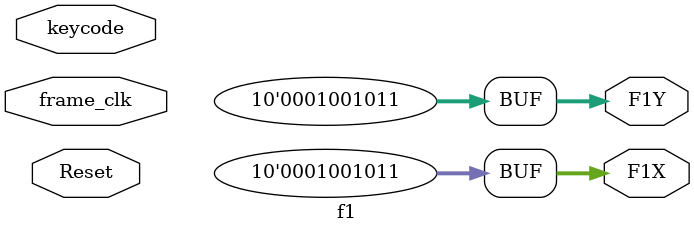
<source format=sv>


module  f1 ( input Reset, frame_clk, input [7:0] keycode,
               output [9:0]  F1X, F1Y);
    
       
    assign F1X = 75;
   
    assign F1Y = 75;
    

endmodule

</source>
